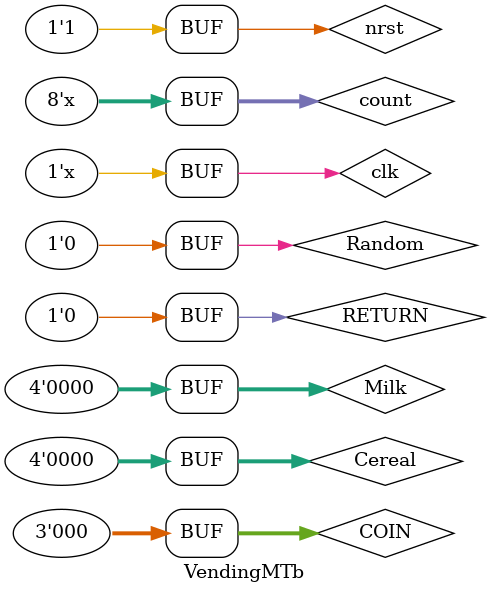
<source format=v>
`timescale 1ns / 1ps
module VendingMTb;  //  ½Ã¹Ä·¹ÀÌ¼ÇÀ» À§ÇÑ ¸ðµâÀÔ´Ï´Ù.
    //  input
    reg clk;            //  Å¬·° ½ÅÈ£
    reg nrst;           //  ÃÊ±âÈ­ ½ÅÈ£
    // ¹«¾ùÀ» ¼±ÅÃÇß´ÂÁö
    reg[3:0]    Cereal; //  ¼±ÅÃµÈ ½Ã¸®¾ó
    reg[3:0]    Milk;   //  ¼±ÅÃµÈ ¿ìÀ¯
    reg         Random; //  ·£´ý ÅäÇÎ ¼±ÅÃ ¿©ºÎ
    //  ÄÚÀÎ¿¡ ´ëÇÑ input
    reg[2:0]    COIN;   //  ¸î¹é¿ø ³Ö¾ú´ÂÁö
    reg         RETURN; //  ¹ÝÈ¯¹öÆ°
    //  output
    wire[15:0]  BCD;    //  MONEY : BCD
    //  Button LED
    wire[3:0]   OCL;    //  Order_Cereal_Light
    wire[3:0]   OML;    //  Order_Milk_Light
    wire        ORL;    //  Order_Random_Light
    //  ¹¹°¡ Á¦Á¶µÇ´ÂÁö ¾Ë¸®±â À§ÇÑ output
    wire        paper_make;
    wire[2:0]   cereal_make;
    wire[1:0]   milk_make;
    wire[3:0]   random_make;
    //  À¯Èï°Å¸®
    wire[8:0]   music;
    wire[31:0]  screen1;
    wire[31:0]  screen2;
    wire[31:0]  screen3;
    //  Å¾ ¸ðµâÀ» ÀÌ¿ëÇØ¼­ ½Ã¹Ä·¹ÀÌ¼ÇÀ» ÇÕ´Ï´Ù.
    VendingM inst(
        .clk(clk),
        .nrst(nrst),
        .Cereal(Cereal),
        .Milk(Milk),
        .Random(Random),
        .COIN(COIN),
        .RETURN(RETURN),
        .BCD(BCD),
        .OCL(OCL),
        .OML(OML),
        .ORL(ORL),
        .paper_make(paper_make),
        .cereal_make(cereal_make),
        .milk_make(milk_make),
        .random_make(random_make),
        .music(music),
        .screen1(screen1),
        .screen2(screen2),
        .screen3(screen3)
    );
    //  count   -   ÇöÀç Å¬·°ÀÌ ¸î ¹øÂ° Å¬·°ÀÎÁö¸¦ ¾Ë°í ½Í¾î¼­ ³ªÅ¸³»¾î º¸¾Ò½À´Ï´Ù.
    reg [7:0]count;
    always  #40 begin
        count   =   count+8'd1;
    end 
    //  clock ÁÖ±â¸¦ ¼³Á¤ÇÏ´Â always¹®ÀÔ´Ï´Ù.
    always  #20 begin
        clk =   ~clk;
    end
    // testbench
    initial begin
        count   =   8'd0;
        clk     =   1'b0;
        nrst    =   1'b1;
        
        COIN    =   3'd0;
        RETURN  =   1'b0;
        
        Cereal  =   4'd0;
        Milk    =   4'd0;
        Random  =   1'b0;
        //  ÃÊ±âÈ­ ÇÕ´Ï´Ù.
        #40 nrst    =   1'b0;
        #40 nrst    =   1'b1;
        
        #40 COIN = 3'b100;
        #40 COIN = 3'd0;
        #40 COIN = 3'b100;
        #40 COIN = 3'd0;
        #40 COIN = 3'b100;
        #40 COIN = 3'd0;
        #40 COIN = 3'b100;
        #40 COIN = 3'd0;
        #40 COIN = 3'b100;
        #40 COIN = 3'd0;
        //  Ã¹ ¹øÂ° Å×½ºÆ®    ±×·¡³î¶ó / µû¶æÇÑ ¿ìÀ¯ 50% / ·£´ý
        #120    Cereal = 4'b1000;
        #40     Cereal = 4'd0;
        #120    Milk = 4'b0100;
        #40     Milk = 4'd0;
        #80     Random  =   1'b1;
        #40     Random  =   1'b0;
        //  µÎ ¹øÂ° Å×½ºÆ®    ÄÜÇª·¯½ºÆ® / Â÷°¡¿î ¿ìÀ¯ 50% / ·£´ý
        #600    Cereal = 4'b0100;
        #40     Cereal = 4'd0;
        #120    Milk = 4'b0010;
        #40     Milk = 4'd0;
        #80     Random  =   1'b1;
        #40     Random  =   1'b0;
        //  µ·ÀÌ ºÎÁ·ÇØ¼­ ´õ ³Ö¾î¹ö¸³´Ï´Ù
        #40 COIN = 3'b100;
        #40 COIN = 3'd0;
        #40 COIN = 3'b100;
        #40 COIN = 3'd0;
        #40 COIN = 3'b100;
        #40 COIN = 3'd0;
        #40 COIN = 3'b100;
        #40 COIN = 3'd0;
        #40 COIN = 3'b100;
        #40 COIN = 3'd0;
        //  ¼¼ ¹øÂ° Å×½ºÆ®    Ã½½ºÃÊÄÚ / µû¶æÇÑ ¿ìÀ¯ 100% / ·£´ý
        #200    Cereal = 4'b0100;
        #40     Cereal = 4'd0;
        #120    Milk = 4'b1000;
        #40     Milk = 4'd0;
        #120    Milk = 4'b0100;
        #40     Milk = 4'd0;
        #80     Random  =   1'b1;
        #40     Random  =   1'b0;
        // ³× ¹øÂ° Å×½ºÆ®     ¼±ÅÃ¾ÈÇÔ / ¼±ÅÃ¾ÈÇÔ ´­·¶´Ù°¡ Â÷°¡¿î ¿ìÀ¯ 100% / ·£´ý
        #600    Cereal = 4'b0001;
        #40     Cereal = 4'd0;
        #120    Milk = 4'b0001;
        #40     Milk = 4'd0;
        #120    Milk = 4'b1000;
        #40     Milk = 4'd0;
        #120    Milk = 4'b0010;
        #40     Milk = 4'd0;
        #80     Random  =   1'b1;
        #40     Random  =   1'b0;
    end

endmodule

</source>
